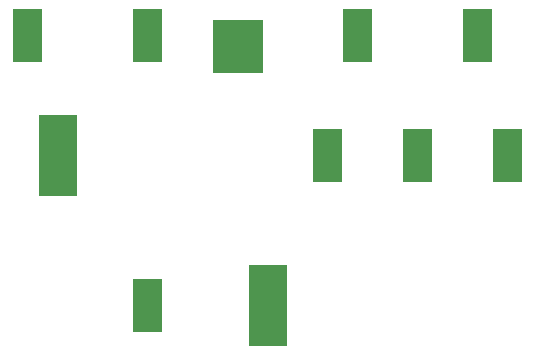
<source format=gbr>
%FSTAX23Y23*%
%MOIN*%
%SFA1B1*%

%IPPOS*%
%LNbattery_3.7_pcb_mechanical_5-1*%
%LPD*%
G36*
X06249Y02311D02*
X0615D01*
Y02489*
X06249*
Y02311*
G37*
G36*
X05849D02*
X0575D01*
Y02489*
X05849*
Y02311*
G37*
G36*
X05149D02*
X0505D01*
Y02489*
X05149*
Y02311*
G37*
G36*
X04749D02*
X0465D01*
Y02489*
X04749*
Y02311*
G37*
G36*
X05484Y02274D02*
X05316D01*
Y0245*
X05484*
Y02274*
G37*
G36*
X06349Y01911D02*
X0625D01*
Y02089*
X06349*
Y01911*
G37*
G36*
X06049D02*
X0595D01*
Y02089*
X06049*
Y01911*
G37*
G36*
X05749D02*
X0565D01*
Y02089*
X05749*
Y01911*
G37*
G36*
X04863Y01866D02*
X04737D01*
Y02133*
X04863*
Y01866*
G37*
G36*
X05149Y01411D02*
X0505D01*
Y01589*
X05149*
Y01411*
G37*
G36*
X05563Y01366D02*
X05437D01*
Y01633*
X05563*
Y01366*
G37*
M02*
</source>
